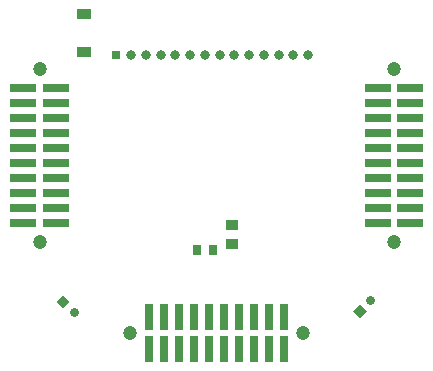
<source format=gbs>
G04 #@! TF.FileFunction,Soldermask,Bot*
%FSLAX46Y46*%
G04 Gerber Fmt 4.6, Leading zero omitted, Abs format (unit mm)*
G04 Created by KiCad (PCBNEW 4.0.2+e4-6225~38~ubuntu14.04.1-stable) date Fri 17 Jun 2016 18:56:52 BST*
%MOMM*%
G01*
G04 APERTURE LIST*
%ADD10C,0.100000*%
%ADD11C,0.800000*%
%ADD12R,0.800000X0.800000*%
%ADD13O,0.800000X0.800000*%
%ADD14R,2.220000X0.740000*%
%ADD15C,1.200000*%
%ADD16R,0.740000X2.220000*%
%ADD17R,1.220000X0.910000*%
%ADD18R,0.750000X0.900000*%
%ADD19R,1.000000X0.950000*%
G04 APERTURE END LIST*
D10*
G36*
X112116117Y-113699568D02*
X111550432Y-113133883D01*
X112116117Y-112568198D01*
X112681802Y-113133883D01*
X112116117Y-113699568D01*
X112116117Y-113699568D01*
G37*
D11*
X113000000Y-112250000D02*
X113000000Y-112250000D01*
D10*
G36*
X86450432Y-112366117D02*
X87016117Y-111800432D01*
X87581802Y-112366117D01*
X87016117Y-112931802D01*
X86450432Y-112366117D01*
X86450432Y-112366117D01*
G37*
D11*
X87900000Y-113250000D02*
X87900000Y-113250000D01*
D12*
X91500000Y-91500000D03*
D13*
X92750000Y-91500000D03*
X94000000Y-91500000D03*
X95250000Y-91500000D03*
X96500000Y-91500000D03*
X97750000Y-91500000D03*
X99000000Y-91500000D03*
X100250000Y-91500000D03*
X101500000Y-91500000D03*
X102750000Y-91500000D03*
X104000000Y-91500000D03*
X105250000Y-91500000D03*
X106500000Y-91500000D03*
X107750000Y-91500000D03*
D14*
X83635000Y-94285000D03*
X86365000Y-94285000D03*
X83635000Y-95555000D03*
X86365000Y-95555000D03*
X83635000Y-96825000D03*
X86365000Y-96825000D03*
X83635000Y-98095000D03*
X86365000Y-98095000D03*
X83635000Y-99365000D03*
X86365000Y-99365000D03*
X83635000Y-100635000D03*
X86365000Y-100635000D03*
X83635000Y-101905000D03*
X86365000Y-101905000D03*
X83635000Y-103175000D03*
X86365000Y-103175000D03*
X83635000Y-104445000D03*
X86365000Y-104445000D03*
X83635000Y-105715000D03*
X86365000Y-105715000D03*
D15*
X85000000Y-107305000D03*
X85000000Y-92695000D03*
D14*
X113635000Y-94285000D03*
X116365000Y-94285000D03*
X113635000Y-95555000D03*
X116365000Y-95555000D03*
X113635000Y-96825000D03*
X116365000Y-96825000D03*
X113635000Y-98095000D03*
X116365000Y-98095000D03*
X113635000Y-99365000D03*
X116365000Y-99365000D03*
X113635000Y-100635000D03*
X116365000Y-100635000D03*
X113635000Y-101905000D03*
X116365000Y-101905000D03*
X113635000Y-103175000D03*
X116365000Y-103175000D03*
X113635000Y-104445000D03*
X116365000Y-104445000D03*
X113635000Y-105715000D03*
X116365000Y-105715000D03*
D15*
X115000000Y-107305000D03*
X115000000Y-92695000D03*
D16*
X94285000Y-116365000D03*
X94285000Y-113635000D03*
X95555000Y-116365000D03*
X95555000Y-113635000D03*
X96825000Y-116365000D03*
X96825000Y-113635000D03*
X98095000Y-116365000D03*
X98095000Y-113635000D03*
X99365000Y-116365000D03*
X99365000Y-113635000D03*
X100635000Y-116365000D03*
X100635000Y-113635000D03*
X101905000Y-116365000D03*
X101905000Y-113635000D03*
X103175000Y-116365000D03*
X103175000Y-113635000D03*
X104445000Y-116365000D03*
X104445000Y-113635000D03*
X105715000Y-116365000D03*
X105715000Y-113635000D03*
D15*
X107305000Y-115000000D03*
X92695000Y-115000000D03*
D17*
X88800000Y-87965000D03*
X88800000Y-91235000D03*
D18*
X98300000Y-108000000D03*
X99700000Y-108000000D03*
D19*
X101300000Y-105900001D03*
X101300000Y-107500001D03*
M02*

</source>
